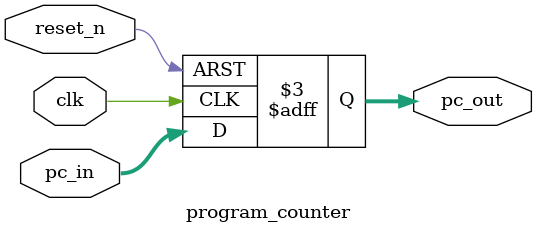
<source format=sv>
module program_counter #(parameter n =32)(
    input  logic clk, 
    input  logic reset_n,
    input  logic [n-1:0] pc_in,  
    output logic [n-1:0] pc_out
);

    always_ff @(posedge clk, negedge reset_n)
    begin 
        if(~reset_n)  
            pc_out <= 0;
        else  
            pc_out <= pc_in;
         
    end


endmodule 

</source>
